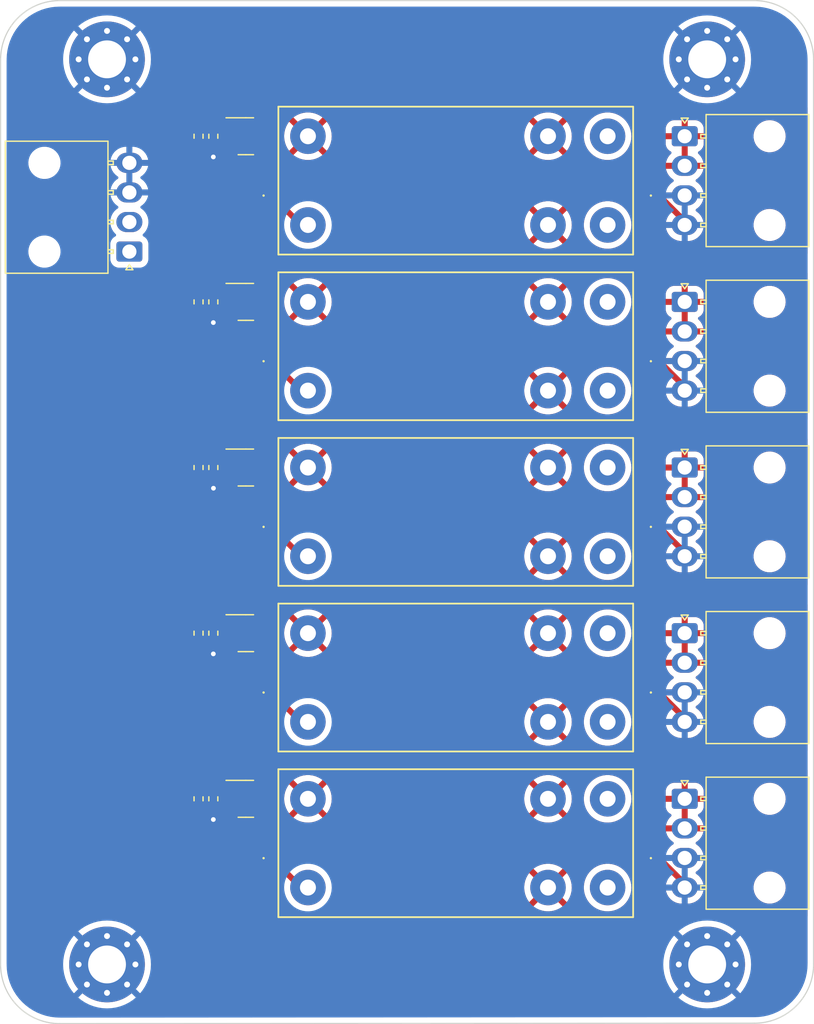
<source format=kicad_pcb>
(kicad_pcb (version 20211014) (generator pcbnew)
  (layers (0 "F.Cu" signal) (1 "In1.Cu" signal) (2 "In2.Cu" signal) (31 "B.Cu" signal) (34 "B.Paste" user) (35 "F.Paste" user) (36 "B.SilkS" user "B.Silkscreen") (37 "F.SilkS" user "F.Silkscreen") (38 "B.Mask" user) (39 "F.Mask" user) (44 "Edge.Cuts" user))
  (net 0 "")
  (net 1 "PWR")
  (net 2 "GND")
  (net 3 "Net-(D201-Pad2)")
  (net 4 "Net-(D301-Pad2)")
  (net 5 "Net-(D401-Pad2)")
  (net 6 "Net-(D501-Pad2)")
  (net 7 "Net-(D601-Pad2)")
  (net 8 "Net-(D202-Pad2)")
  (net 9 "Net-(D302-Pad2)")
  (net 10 "Net-(D402-Pad2)")
  (net 11 "Net-(D502-Pad2)")
  (net 12 "Net-(D602-Pad2)")
  (net 13 "Net-(Q201-Pad1)")
  (net 14 "Net-(Q301-Pad1)")
  (net 15 "Net-(Q401-Pad1)")
  (net 16 "Net-(Q501-Pad1)")
  (net 17 "Net-(Q601-Pad1)")
  (net 18 "/EN_04")
  (net 19 "/EN_02")
  (net 20 "/EN_05")
  (net 21 "/EN_01")
  (net 22 "/EN_03")
  (footprint "royale:BSS138" (layer "F.Cu") (at 143.74 106)
    (fp_text reference "Q401")
    (fp_text value "BSS138")
    (fp_line (start 0 -1.56) (end 0.65 -1.56) (layer "F.SilkS") (width 0.12))
    (fp_line (start 0 1.56) (end 0.65 1.56) (layer "F.SilkS") (width 0.12))
    (fp_line (start 0 1.56) (end -0.65 1.56) (layer "F.SilkS") (width 0.12))
    (fp_line (start 0 -1.56) (end -1.675 -1.56) (layer "F.SilkS") (width 0.12))
    (pad "1" smd roundrect (at -0.9375 -0.95) (size 1.475 0.6) (layers "F.Cu" "F.Paste" "F.Mask") (net 15 "Net-(Q401-Pad1)"))
    (pad "2" smd roundrect (at -0.9375 0.95) (size 1.475 0.6) (layers "F.Cu" "F.Paste" "F.Mask") (net 2 "GND"))
    (pad "3" smd roundrect (at 0.9375 0) (size 1.475 0.6) (layers "F.Cu" "F.Paste" "F.Mask") (net 10 "Net-(D402-Pad2)"))
  )
  (footprint "royale:MountingHole_Pad" (layer "F.Cu") (at 182.75 71.5)
    (fp_text reference "H102" hide)
    (fp_text value "MountingHole_Pad")
    (pad "1" thru_hole circle locked (at -1.697056 1.697056) (size 0.8 0.8) (drill 0.5) (layers *.Cu *.Mask) (net 2 "GND"))
    (pad "1" thru_hole circle locked (at -1.697056 -1.697056) (size 0.8 0.8) (drill 0.5) (layers *.Cu *.Mask) (net 2 "GND"))
    (pad "1" thru_hole circle locked (at 0 -2.4) (size 0.8 0.8) (drill 0.5) (layers *.Cu *.Mask) (net 2 "GND"))
    (pad "1" thru_hole circle locked (at 1.697056 -1.697056) (size 0.8 0.8) (drill 0.5) (layers *.Cu *.Mask) (net 2 "GND"))
    (pad "1" thru_hole circle locked (at 1.697056 1.697056) (size 0.8 0.8) (drill 0.5) (layers *.Cu *.Mask) (net 2 "GND"))
    (pad "1" thru_hole circle locked (at -2.4 0) (size 0.8 0.8) (drill 0.5) (layers *.Cu *.Mask) (net 2 "GND"))
    (pad "1" thru_hole circle locked (at 0 0) (size 6.4 6.4) (drill 3.2) (layers *.Cu *.Mask) (net 2 "GND"))
    (pad "1" thru_hole circle locked (at 2.4 0) (size 0.8 0.8) (drill 0.5) (layers *.Cu *.Mask) (net 2 "GND"))
    (pad "1" thru_hole circle locked (at 0 2.4) (size 0.8 0.8) (drill 0.5) (layers *.Cu *.Mask) (net 2 "GND"))
  )
  (footprint "royale:MountingHole_Pad" (layer "F.Cu") (at 182.75 148)
    (fp_text reference "H103" hide)
    (fp_text value "MountingHole_Pad")
    (pad "1" thru_hole circle locked (at 2.4 0) (size 0.8 0.8) (drill 0.5) (layers *.Cu *.Mask) (net 2 "GND"))
    (pad "1" thru_hole circle locked (at -2.4 0) (size 0.8 0.8) (drill 0.5) (layers *.Cu *.Mask) (net 2 "GND"))
    (pad "1" thru_hole circle locked (at 1.697056 -1.697056) (size 0.8 0.8) (drill 0.5) (layers *.Cu *.Mask) (net 2 "GND"))
    (pad "1" thru_hole circle locked (at -1.697056 1.697056) (size 0.8 0.8) (drill 0.5) (layers *.Cu *.Mask) (net 2 "GND"))
    (pad "1" thru_hole circle locked (at 1.697056 1.697056) (size 0.8 0.8) (drill 0.5) (layers *.Cu *.Mask) (net 2 "GND"))
    (pad "1" thru_hole circle locked (at 0 0) (size 6.4 6.4) (drill 3.2) (layers *.Cu *.Mask) (net 2 "GND"))
    (pad "1" thru_hole circle locked (at 0 2.4) (size 0.8 0.8) (drill 0.5) (layers *.Cu *.Mask) (net 2 "GND"))
    (pad "1" thru_hole circle locked (at 0 -2.4) (size 0.8 0.8) (drill 0.5) (layers *.Cu *.Mask) (net 2 "GND"))
    (pad "1" thru_hole circle locked (at -1.697056 -1.697056) (size 0.8 0.8) (drill 0.5) (layers *.Cu *.Mask) (net 2 "GND"))
  )
  (footprint "royale:Molex_Nano-Fit_105313-xx04_1x04_P2.50mm_Horizontal" (layer "F.Cu") (at 180.85 120)
    (fp_text reference "J301")
    (fp_text value "VALVE")
    (fp_line (start 1.36 7.35) (end 1.36 7.65) (layer "F.SilkS") (width 0.12))
    (fp_line (start 1.36 7.65) (end 1.81 7.65) (layer "F.SilkS") (width 0.12))
    (fp_line (start 0.3 -1.534264) (end -0.3 -1.534264) (layer "F.SilkS") (width 0.12))
    (fp_line (start 1.81 9.33) (end 10.49 9.33) (layer "F.SilkS") (width 0.12))
    (fp_line (start 1.81 4.85) (end 1.36 4.85) (layer "F.SilkS") (width 0.12))
    (fp_line (start -0.3 -1.534264) (end 0 -1.11) (layer "F.SilkS") (width 0.12))
    (fp_line (start 1.36 4.85) (end 1.36 5.15) (layer "F.SilkS") (width 0.12))
    (fp_line (start 10.49 9.33) (end 10.49 -1.83) (layer "F.SilkS") (width 0.12))
    (fp_line (start 1.36 2.65) (end 1.81 2.65) (layer "F.SilkS") (width 0.12))
    (fp_line (start 1.81 5.15) (end 1.81 4.85) (layer "F.SilkS") (width 0.12))
    (fp_line (start 1.36 0.15) (end 1.81 0.15) (layer "F.SilkS") (width 0.12))
    (fp_line (start 1.36 2.35) (end 1.36 2.65) (layer "F.SilkS") (width 0.12))
    (fp_line (start 1.81 2.65) (end 1.81 2.35) (layer "F.SilkS") (width 0.12))
    (fp_line (start 1.81 -1.83) (end 1.81 9.33) (layer "F.SilkS") (width 0.12))
    (fp_line (start 1.81 7.65) (end 1.81 7.35) (layer "F.SilkS") (width 0.12))
    (fp_line (start 10.49 -1.83) (end 1.81 -1.83) (layer "F.SilkS") (width 0.12))
    (fp_line (start 1.36 -0.15) (end 1.36 0.15) (layer "F.SilkS") (width 0.12))
    (fp_line (start 0 -1.11) (end 0.3 -1.534264) (layer "F.SilkS") (width 0.12))
    (fp_line (start 1.81 -0.15) (end 1.36 -0.15) (layer "F.SilkS") (width 0.12))
    (fp_line (start 1.81 2.35) (end 1.36 2.35) (layer "F.SilkS") (width 0.12))
    (fp_line (start 1.36 5.15) (end 1.81 5.15) (layer "F.SilkS") (width 0.12))
    (fp_line (start 1.81 0.15) (end 1.81 -0.15) (layer "F.SilkS") (width 0.12))
    (fp_line (start 1.81 7.35) (end 1.36 7.35) (layer "F.SilkS") (width 0.12))
    (pad "" np_thru_hole circle (at 7.18 7.5) (size 1.7 1.7) (drill 1.7) (layers *.Cu *.Mask))
    (pad "" np_thru_hole circle (at 7.18 0) (size 1.7 1.7) (drill 1.7) (layers *.Cu *.Mask))
    (pad "1" thru_hole roundrect (at 0 0) (size 2.2 1.7) (drill 1.2) (layers *.Cu *.Mask) (roundrect_rratio 0.147059) (net 4 "Net-(D301-Pad2)"))
    (pad "2" thru_hole oval (at 0 2.5) (size 2.2 1.7) (drill 1.2) (layers *.Cu *.Mask) (net 4 "Net-(D301-Pad2)"))
    (pad "3" thru_hole oval (at 0 5) (size 2.2 1.7) (drill 1.2) (layers *.Cu *.Mask) (net 2 "GND"))
    (pad "4" thru_hole oval (at 0 7.5) (size 2.2 1.7) (drill 1.2) (layers *.Cu *.Mask) (net 2 "GND"))
  )
  (footprint "royale:D_0402" (layer "F.Cu") (at 145.24 109.75 90)
    (fp_text reference "D402")
    (fp_text value "Diode_Schottky")
    (fp_circle (center -1.265 0) (end -1.215 0) (layer "F.SilkS") (width 0.1) (fill none))
    (pad "1" smd roundrect (at -0.5725 0 90) (size 0.765 0.64) (layers "F.Cu" "F.Paste" "F.Mask") (net 1 "PWR"))
    (pad "2" smd roundrect (at 0.5725 0 90) (size 0.765 0.64) (layers "F.Cu" "F.Paste" "F.Mask") (net 10 "Net-(D402-Pad2)"))
  )
  (footprint "royale:MountingHole_Pad" (layer "F.Cu") (at 132 71.5)
    (fp_text reference "H101" hide)
    (fp_text value "MountingHole_Pad")
    (pad "1" thru_hole circle locked (at -1.697056 1.697056) (size 0.8 0.8) (drill 0.5) (layers *.Cu *.Mask) (net 2 "GND"))
    (pad "1" thru_hole circle locked (at 0 0) (size 6.4 6.4) (drill 3.2) (layers *.Cu *.Mask) (net 2 "GND"))
    (pad "1" thru_hole circle locked (at 1.697056 1.697056) (size 0.8 0.8) (drill 0.5) (layers *.Cu *.Mask) (net 2 "GND"))
    (pad "1" thru_hole circle locked (at -1.697056 -1.697056) (size 0.8 0.8) (drill 0.5) (layers *.Cu *.Mask) (net 2 "GND"))
    (pad "1" thru_hole circle locked (at 1.697056 -1.697056) (size 0.8 0.8) (drill 0.5) (layers *.Cu *.Mask) (net 2 "GND"))
    (pad "1" thru_hole circle locked (at 0 -2.4) (size 0.8 0.8) (drill 0.5) (layers *.Cu *.Mask) (net 2 "GND"))
    (pad "1" thru_hole circle locked (at 2.4 0) (size 0.8 0.8) (drill 0.5) (layers *.Cu *.Mask) (net 2 "GND"))
    (pad "1" thru_hole circle locked (at 0 2.4) (size 0.8 0.8) (drill 0.5) (layers *.Cu *.Mask) (net 2 "GND"))
    (pad "1" thru_hole circle locked (at -2.4 0) (size 0.8 0.8) (drill 0.5) (layers *.Cu *.Mask) (net 2 "GND"))
  )
  (footprint "royale:D_0402" (layer "F.Cu") (at 177.99 123.75 90)
    (fp_text reference "D301")
    (fp_text value "Diode_ESD")
    (fp_circle (center -1.265 0) (end -1.215 0) (layer "F.SilkS") (width 0.1) (fill none))
    (pad "1" smd roundrect (at -0.5725 0 90) (size 0.765 0.64) (layers "F.Cu" "F.Paste" "F.Mask") (net 2 "GND"))
    (pad "2" smd roundrect (at 0.5725 0 90) (size 0.765 0.64) (layers "F.Cu" "F.Paste" "F.Mask") (net 4 "Net-(D301-Pad2)"))
  )
  (footprint "royale:R_0402" (layer "F.Cu") (at 139.74 134 90)
    (fp_text reference "R201")
    (fp_text value "100")
    (fp_line (start -0.167621 -0.38) (end 0.167621 -0.38) (layer "F.SilkS") (width 0.12))
    (fp_line (start -0.167621 0.38) (end 0.167621 0.38) (layer "F.SilkS") (width 0.12))
    (pad "1" smd roundrect (at -0.5975 0 90) (size 0.715 0.64) (layers "F.Cu" "F.Paste" "F.Mask") (net 21 "/EN_01"))
    (pad "2" smd roundrect (at 0.5975 0 90) (size 0.715 0.64) (layers "F.Cu" "F.Paste" "F.Mask") (net 13 "Net-(Q201-Pad1)"))
  )
  (footprint "royale:D_0402" (layer "F.Cu") (at 177.99 109.75 90)
    (fp_text reference "D401")
    (fp_text value "Diode_ESD")
    (fp_circle (center -1.265 0) (end -1.215 0) (layer "F.SilkS") (width 0.1) (fill none))
    (pad "1" smd roundrect (at -0.5725 0 90) (size 0.765 0.64) (layers "F.Cu" "F.Paste" "F.Mask") (net 2 "GND"))
    (pad "2" smd roundrect (at 0.5725 0 90) (size 0.765 0.64) (layers "F.Cu" "F.Paste" "F.Mask") (net 5 "Net-(D401-Pad2)"))
  )
  (footprint "royale:D_0402" (layer "F.Cu") (at 145.24 95.75 90)
    (fp_text reference "D502")
    (fp_text value "Diode_Schottky")
    (fp_circle (center -1.265 0) (end -1.215 0) (layer "F.SilkS") (width 0.1) (fill none))
    (pad "1" smd roundrect (at -0.5725 0 90) (size 0.765 0.64) (layers "F.Cu" "F.Paste" "F.Mask") (net 1 "PWR"))
    (pad "2" smd roundrect (at 0.5725 0 90) (size 0.765 0.64) (layers "F.Cu" "F.Paste" "F.Mask") (net 11 "Net-(D502-Pad2)"))
  )
  (footprint "royale:D_0402" (layer "F.Cu") (at 145.24 81.75 90)
    (fp_text reference "D602")
    (fp_text value "Diode_Schottky")
    (fp_circle (center -1.265 0) (end -1.215 0) (layer "F.SilkS") (width 0.1) (fill none))
    (pad "1" smd roundrect (at -0.5725 0 90) (size 0.765 0.64) (layers "F.Cu" "F.Paste" "F.Mask") (net 1 "PWR"))
    (pad "2" smd roundrect (at 0.5725 0 90) (size 0.765 0.64) (layers "F.Cu" "F.Paste" "F.Mask") (net 12 "Net-(D602-Pad2)"))
  )
  (footprint "royale:R_0402" (layer "F.Cu") (at 140.99 106 -90)
    (fp_text reference "R402")
    (fp_text value "110k")
    (fp_line (start -0.167621 0.38) (end 0.167621 0.38) (layer "F.SilkS") (width 0.12))
    (fp_line (start -0.167621 -0.38) (end 0.167621 -0.38) (layer "F.SilkS") (width 0.12))
    (pad "1" smd roundrect (at -0.5975 0 270) (size 0.715 0.64) (layers "F.Cu" "F.Paste" "F.Mask") (net 15 "Net-(Q401-Pad1)"))
    (pad "2" smd roundrect (at 0.5975 0 270) (size 0.715 0.64) (layers "F.Cu" "F.Paste" "F.Mask") (net 2 "GND"))
  )
  (footprint "royale:MountingHole_Pad" (layer "F.Cu") (at 132 147.999999)
    (fp_text reference "H104" hide)
    (fp_text value "MountingHole_Pad")
    (pad "1" thru_hole circle locked (at 0 -2.4) (size 0.8 0.8) (drill 0.5) (layers *.Cu *.Mask) (net 2 "GND"))
    (pad "1" thru_hole circle locked (at 0 2.4) (size 0.8 0.8) (drill 0.5) (layers *.Cu *.Mask) (net 2 "GND"))
    (pad "1" thru_hole circle locked (at 1.697056 1.697056) (size 0.8 0.8) (drill 0.5) (layers *.Cu *.Mask) (net 2 "GND"))
    (pad "1" thru_hole circle locked (at -1.697056 -1.697056) (size 0.8 0.8) (drill 0.5) (layers *.Cu *.Mask) (net 2 "GND"))
    (pad "1" thru_hole circle locked (at 2.4 0) (size 0.8 0.8) (drill 0.5) (layers *.Cu *.Mask) (net 2 "GND"))
    (pad "1" thru_hole circle locked (at -2.4 0) (size 0.8 0.8) (drill 0.5) (layers *.Cu *.Mask) (net 2 "GND"))
    (pad "1" thru_hole circle locked (at 0 0) (size 6.4 6.4) (drill 3.2) (layers *.Cu *.Mask) (net 2 "GND"))
    (pad "1" thru_hole circle locked (at 1.697056 -1.697056) (size 0.8 0.8) (drill 0.5) (layers *.Cu *.Mask) (net 2 "GND"))
    (pad "1" thru_hole circle locked (at -1.697056 1.697056) (size 0.8 0.8) (drill 0.5) (layers *.Cu *.Mask) (net 2 "GND"))
  )
  (footprint "royale:Relay" (layer "F.Cu") (at 148.99 113.5)
    (fp_text reference "K401")
    (fp_text value "SPST Relay")
    (fp_line (start -2.5 2.5) (end -2.5 -10) (layer "F.SilkS") (width 0.15))
    (fp_line (start 27.5 -10) (end 27.5 2.5) (layer "F.SilkS") (width 0.15))
    (fp_line (start -2.5 -10) (end 27.5 -10) (layer "F.SilkS") (width 0.15))
    (fp_line (start 27.5 2.5) (end -2.5 2.5) (layer "F.SilkS") (width 0.15))
    (pad "1" thru_hole circle locked (at 0 -7.5) (size 3 3) (drill 1.35) (layers *.Cu *.Mask) (net 10 "Net-(D402-Pad2)"))
    (pad "2" thru_hole circle locked (at 0 0) (size 3 3) (drill 1.35) (layers *.Cu *.Mask) (net 1 "PWR"))
    (pad "3" thru_hole circle locked (at 20.3 0) (size 3 3) (drill 1.35) (layers *.Cu *.Mask) (net 5 "Net-(D401-Pad2)"))
    (pad "3" thru_hole circle locked (at 20.3 -7.5) (size 3 3) (drill 1.35) (layers *.Cu *.Mask) (net 5 "Net-(D401-Pad2)"))
    (pad "4" thru_hole circle locked (at 25.34 0) (size 3 3) (drill 1.35) (layers *.Cu *.Mask) (net 1 "PWR"))
    (pad "4" thru_hole circle locked (at 25.34 -7.5) (size 3 3) (drill 1.35) (layers *.Cu *.Mask) (net 1 "PWR"))
  )
  (footprint "royale:BSS138" (layer "F.Cu") (at 143.74 134)
    (fp_text reference "Q201")
    (fp_text value "BSS138")
    (fp_line (start 0 -1.56) (end -1.675 -1.56) (layer "F.SilkS") (width 0.12))
    (fp_line (start 0 -1.56) (end 0.65 -1.56) (layer "F.SilkS") (width 0.12))
    (fp_line (start 0 1.56) (end -0.65 1.56) (layer "F.SilkS") (width 0.12))
    (fp_line (start 0 1.56) (end 0.65 1.56) (layer "F.SilkS") (width 0.12))
    (pad "1" smd roundrect (at -0.9375 -0.95) (size 1.475 0.6) (layers "F.Cu" "F.Paste" "F.Mask") (net 13 "Net-(Q201-Pad1)"))
    (pad "2" smd roundrect (at -0.9375 0.95) (size 1.475 0.6) (layers "F.Cu" "F.Paste" "F.Mask") (net 2 "GND"))
    (pad "3" smd roundrect (at 0.9375 0) (size 1.475 0.6) (layers "F.Cu" "F.Paste" "F.Mask") (net 8 "Net-(D202-Pad2)"))
  )
  (footprint "royale:BSS138" (layer "F.Cu") (at 143.74 92)
    (fp_text reference "Q501")
    (fp_text value "BSS138")
    (fp_line (start 0 -1.56) (end -1.675 -1.56) (layer "F.SilkS") (width 0.12))
    (fp_line (start 0 1.56) (end 0.65 1.56) (layer "F.SilkS") (width 0.12))
    (fp_line (start 0 1.56) (end -0.65 1.56) (layer "F.SilkS") (width 0.12))
    (fp_line (start 0 -1.56) (end 0.65 -1.56) (layer "F.SilkS") (width 0.12))
    (pad "1" smd roundrect (at -0.9375 -0.95) (size 1.475 0.6) (layers "F.Cu" "F.Paste" "F.Mask") (net 16 "Net-(Q501-Pad1)"))
    (pad "2" smd roundrect (at -0.9375 0.95) (size 1.475 0.6) (layers "F.Cu" "F.Paste" "F.Mask") (net 2 "GND"))
    (pad "3" smd roundrect (at 0.9375 0) (size 1.475 0.6) (layers "F.Cu" "F.Paste" "F.Mask") (net 11 "Net-(D502-Pad2)"))
  )
  (footprint "royale:R_0402" (layer "F.Cu") (at 140.99 120 -90)
    (fp_text reference "R302")
    (fp_text value "110k")
    (fp_line (start -0.167621 -0.38) (end 0.167621 -0.38) (layer "F.SilkS") (width 0.12))
    (fp_line (start -0.167621 0.38) (end 0.167621 0.38) (layer "F.SilkS") (width 0.12))
    (pad "1" smd roundrect (at -0.5975 0 270) (size 0.715 0.64) (layers "F.Cu" "F.Paste" "F.Mask") (net 14 "Net-(Q301-Pad1)"))
    (pad "2" smd roundrect (at 0.5975 0 270) (size 0.715 0.64) (layers "F.Cu" "F.Paste" "F.Mask") (net 2 "GND"))
  )
  (footprint "royale:Relay" (layer "F.Cu") (at 148.99 99.5)
    (fp_text reference "K501")
    (fp_text value "SPST Relay")
    (fp_line (start -2.5 -10) (end 27.5 -10) (layer "F.SilkS") (width 0.15))
    (fp_line (start -2.5 2.5) (end -2.5 -10) (layer "F.SilkS") (width 0.15))
    (fp_line (start 27.5 2.5) (end -2.5 2.5) (layer "F.SilkS") (width 0.15))
    (fp_line (start 27.5 -10) (end 27.5 2.5) (layer "F.SilkS") (width 0.15))
    (pad "1" thru_hole circle locked (at 0 -7.5) (size 3 3) (drill 1.35) (layers *.Cu *.Mask) (net 11 "Net-(D502-Pad2)"))
    (pad "2" thru_hole circle locked (at 0 0) (size 3 3) (drill 1.35) (layers *.Cu *.Mask) (net 1 "PWR"))
    (pad "3" thru_hole circle locked (at 20.3 -7.5) (size 3 3) (drill 1.35) (layers *.Cu *.Mask) (net 6 "Net-(D501-Pad2)"))
    (pad "3" thru_hole circle locked (at 20.3 0) (size 3 3) (drill 1.35) (layers *.Cu *.Mask) (net 6 "Net-(D501-Pad2)"))
    (pad "4" thru_hole circle locked (at 25.34 0) (size 3 3) (drill 1.35) (layers *.Cu *.Mask) (net 1 "PWR"))
    (pad "4" thru_hole circle locked (at 25.34 -7.5) (size 3 3) (drill 1.35) (layers *.Cu *.Mask) (net 1 "PWR"))
  )
  (footprint "royale:Molex_Nano-Fit_105313-xx04_1x04_P2.50mm_Horizontal" (layer "F.Cu") (at 180.85 78)
    (fp_text reference "J601")
    (fp_text value "VALVE")
    (fp_line (start 1.81 5.15) (end 1.81 4.85) (layer "F.SilkS") (width 0.12))
    (fp_line (start 1.81 2.35) (end 1.36 2.35) (layer "F.SilkS") (width 0.12))
    (fp_line (start 1.81 0.15) (end 1.81 -0.15) (layer "F.SilkS") (width 0.12))
    (fp_line (start 1.81 7.65) (end 1.81 7.35) (layer "F.SilkS") (width 0.12))
    (fp_line (start 1.81 2.65) (end 1.81 2.35) (layer "F.SilkS") (width 0.12))
    (fp_line (start 1.36 2.35) (end 1.36 2.65) (layer "F.SilkS") (width 0.12))
    (fp_line (start 1.81 9.33) (end 10.49 9.33) (layer "F.SilkS") (width 0.12))
    (fp_line (start 0.3 -1.534264) (end -0.3 -1.534264) (layer "F.SilkS") (width 0.12))
    (fp_line (start 1.36 5.15) (end 1.81 5.15) (layer "F.SilkS") (width 0.12))
    (fp_line (start 1.36 2.65) (end 1.81 2.65) (layer "F.SilkS") (width 0.12))
    (fp_line (start 1.81 4.85) (end 1.36 4.85) (layer "F.SilkS") (width 0.12))
    (fp_line (start 10.49 -1.83) (end 1.81 -1.83) (layer "F.SilkS") (width 0.12))
    (fp_line (start 0 -1.11) (end 0.3 -1.534264) (layer "F.SilkS") (width 0.12))
    (fp_line (start 1.81 -1.83) (end 1.81 9.33) (layer "F.SilkS") (width 0.12))
    (fp_line (start 1.36 7.35) (end 1.36 7.65) (layer "F.SilkS") (width 0.12))
    (fp_line (start 1.81 7.35) (end 1.36 7.35) (layer "F.SilkS") (width 0.12))
    (fp_line (start 1.36 4.85) (end 1.36 5.15) (layer "F.SilkS") (width 0.12))
    (fp_line (start 1.36 -0.15) (end 1.36 0.15) (layer "F.SilkS") (width 0.12))
    (fp_line (start -0.3 -1.534264) (end 0 -1.11) (layer "F.SilkS") (width 0.12))
    (fp_line (start 1.36 7.65) (end 1.81 7.65) (layer "F.SilkS") (width 0.12))
    (fp_line (start 1.36 0.15) (end 1.81 0.15) (layer "F.SilkS") (width 0.12))
    (fp_line (start 10.49 9.33) (end 10.49 -1.83) (layer "F.SilkS") (width 0.12))
    (fp_line (start 1.81 -0.15) (end 1.36 -0.15) (layer "F.SilkS") (width 0.12))
    (pad "" np_thru_hole circle (at 7.18 7.5) (size 1.7 1.7) (drill 1.7) (layers *.Cu *.Mask))
    (pad "" np_thru_hole circle (at 7.18 0) (size 1.7 1.7) (drill 1.7) (layers *.Cu *.Mask))
    (pad "1" thru_hole roundrect (at 0 0) (size 2.2 1.7) (drill 1.2) (layers *.Cu *.Mask) (roundrect_rratio 0.147059) (net 7 "Net-(D601-Pad2)"))
    (pad "2" thru_hole oval (at 0 2.5) (size 2.2 1.7) (drill 1.2) (layers *.Cu *.Mask) (net 7 "Net-(D601-Pad2)"))
    (pad "3" thru_hole oval (at 0 5) (size 2.2 1.7) (drill 1.2) (layers *.Cu *.Mask) (net 2 "GND"))
    (pad "4" thru_hole oval (at 0 7.5) (size 2.2 1.7) (drill 1.2) (layers *.Cu *.Mask) (net 2 "GND"))
  )
  (footprint "royale:BSS138" (layer "F.Cu") (at 143.74 120)
    (fp_text reference "Q301")
    (fp_text value "BSS138")
    (fp_line (start 0 -1.56) (end 0.65 -1.56) (layer "F.SilkS") (width 0.12))
    (fp_line (start 0 1.56) (end -0.65 1.56) (layer "F.SilkS") (width 0.12))
    (fp_line (start 0 -1.56) (end -1.675 -1.56) (layer "F.SilkS") (width 0.12))
    (fp_line (start 0 1.56) (end 0.65 1.56) (layer "F.SilkS") (width 0.12))
    (pad "1" smd roundrect (at -0.9375 -0.95) (size 1.475 0.6) (layers "F.Cu" "F.Paste" "F.Mask") (net 14 "Net-(Q301-Pad1)"))
    (pad "2" smd roundrect (at -0.9375 0.95) (size 1.475 0.6) (layers "F.Cu" "F.Paste" "F.Mask") (net 2 "GND"))
    (pad "3" smd roundrect (at 0.9375 0) (size 1.475 0.6) (layers "F.Cu" "F.Paste" "F.Mask") (net 9 "Net-(D302-Pad2)"))
  )
  (footprint "royale:R_0402" (layer "F.Cu") (at 139.74 106 90)
    (fp_text reference "R401")
    (fp_text value "100")
    (fp_line (start -0.167621 0.38) (end 0.167621 0.38) (layer "F.SilkS") (width 0.12))
    (fp_line (start -0.167621 -0.38) (end 0.167621 -0.38) (layer "F.SilkS") (width 0.12))
    (pad "1" smd roundrect (at -0.5975 0 90) (size 0.715 0.64) (layers "F.Cu" "F.Paste" "F.Mask") (net 22 "/EN_03"))
    (pad "2" smd roundrect (at 0.5975 0 90) (size 0.715 0.64) (layers "F.Cu" "F.Paste" "F.Mask") (net 15 "Net-(Q401-Pad1)"))
  )
  (footprint "royale:R_0402" (layer "F.Cu") (at 140.99 134 -90)
    (fp_text reference "R202")
    (fp_text value "110k")
    (fp_line (start -0.167621 0.38) (end 0.167621 0.38) (layer "F.SilkS") (width 0.12))
    (fp_line (start -0.167621 -0.38) (end 0.167621 -0.38) (layer "F.SilkS") (width 0.12))
    (pad "1" smd roundrect (at -0.5975 0 270) (size 0.715 0.64) (layers "F.Cu" "F.Paste" "F.Mask") (net 13 "Net-(Q201-Pad1)"))
    (pad "2" smd roundrect (at 0.5975 0 270) (size 0.715 0.64) (layers "F.Cu" "F.Paste" "F.Mask") (net 2 "GND"))
  )
  (footprint "royale:D_0402" (layer "F.Cu") (at 177.99 81.75 90)
    (fp_text reference "D601")
    (fp_text value "Diode_ESD")
    (fp_circle (center -1.265 0) (end -1.215 0) (layer "F.SilkS") (width 0.1) (fill none))
    (pad "1" smd roundrect (at -0.5725 0 90) (size 0.765 0.64) (layers "F.Cu" "F.Paste" "F.Mask") (net 2 "GND"))
    (pad "2" smd roundrect (at 0.5725 0 90) (size 0.765 0.64) (layers "F.Cu" "F.Paste" "F.Mask") (net 7 "Net-(D601-Pad2)"))
  )
  (footprint "royale:D_0402" (layer "F.Cu") (at 177.99 137.75 90)
    (fp_text reference "D201")
    (fp_text value "Diode_ESD")
    (fp_circle (center -1.265 0) (end -1.215 0) (layer "F.SilkS") (width 0.1) (fill none))
    (pad "1" smd roundrect (at -0.5725 0 90) (size 0.765 0.64) (layers "F.Cu" "F.Paste" "F.Mask") (net 2 "GND"))
    (pad "2" smd roundrect (at 0.5725 0 90) (size 0.765 0.64) (layers "F.Cu" "F.Paste" "F.Mask") (net 3 "Net-(D201-Pad2)"))
  )
  (footprint "royale:R_0402" (layer "F.Cu") (at 139.74 120 90)
    (fp_text reference "R301")
    (fp_text value "100")
    (fp_line (start -0.167621 -0.38) (end 0.167621 -0.38) (layer "F.SilkS") (width 0.12))
    (fp_line (start -0.167621 0.38) (end 0.167621 0.38) (layer "F.SilkS") (width 0.12))
    (pad "1" smd roundrect (at -0.5975 0 90) (size 0.715 0.64) (layers "F.Cu" "F.Paste" "F.Mask") (net 19 "/EN_02"))
    (pad "2" smd roundrect (at 0.5975 0 90) (size 0.715 0.64) (layers "F.Cu" "F.Paste" "F.Mask") (net 14 "Net-(Q301-Pad1)"))
  )
  (footprint "royale:BSS138" (layer "F.Cu") (at 143.74 78)
    (fp_text reference "Q601")
    (fp_text value "BSS138")
    (fp_line (start 0 1.56) (end 0.65 1.56) (layer "F.SilkS") (width 0.12))
    (fp_line (start 0 -1.56) (end -1.675 -1.56) (layer "F.SilkS") (width 0.12))
    (fp_line (start 0 -1.56) (end 0.65 -1.56) (layer "F.SilkS") (width 0.12))
    (fp_line (start 0 1.56) (end -0.65 1.56) (layer "F.SilkS") (width 0.12))
    (pad "1" smd roundrect (at -0.9375 -0.95) (size 1.475 0.6) (layers "F.Cu" "F.Paste" "F.Mask") (net 17 "Net-(Q601-Pad1)"))
    (pad "2" smd roundrect (at -0.9375 0.95) (size 1.475 0.6) (layers "F.Cu" "F.Paste" "F.Mask") (net 2 "GND"))
    (pad "3" smd roundrect (at 0.9375 0) (size 1.475 0.6) (layers "F.Cu" "F.Paste" "F.Mask") (net 12 "Net-(D602-Pad2)"))
  )
  (footprint "royale:D_0402" (layer "F.Cu") (at 177.99 95.75 90)
    (fp_text reference "D501")
    (fp_text value "Diode_ESD")
    (fp_circle (center -1.265 0) (end -1.215 0) (layer "F.SilkS") (width 0.1) (fill none))
    (pad "1" smd roundrect (at -0.5725 0 90) (size 0.765 0.64) (layers "F.Cu" "F.Paste" "F.Mask") (net 2 "GND"))
    (pad "2" smd roundrect (at 0.5725 0 90) (size 0.765 0.64) (layers "F.Cu" "F.Paste" "F.Mask") (net 6 "Net-(D501-Pad2)"))
  )
  (footprint "royale:R_0402" (layer "F.Cu") (at 140.99 92 -90)
    (fp_text reference "R502")
    (fp_text value "110k")
    (fp_line (start -0.167621 0.38) (end 0.167621 0.38) (layer "F.SilkS") (width 0.12))
    (fp_line (start -0.167621 -0.38) (end 0.167621 -0.38) (layer "F.SilkS") (width 0.12))
    (pad "1" smd roundrect (at -0.5975 0 270) (size 0.715 0.64) (layers "F.Cu" "F.Paste" "F.Mask") (net 16 "Net-(Q501-Pad1)"))
    (pad "2" smd roundrect (at 0.5975 0 270) (size 0.715 0.64) (layers "F.Cu" "F.Paste" "F.Mask") (net 2 "GND"))
  )
  (footprint "royale:Molex_Nano-Fit_105313-xx04_1x04_P2.50mm_Horizontal" (layer "F.Cu") (at 180.85 92)
    (fp_text reference "J501")
    (fp_text value "VALVE")
    (fp_line (start 1.81 7.65) (end 1.81 7.35) (layer "F.SilkS") (width 0.12))
    (fp_line (start 1.36 0.15) (end 1.81 0.15) (layer "F.SilkS") (width 0.12))
    (fp_line (start 1.81 9.33) (end 10.49 9.33) (layer "F.SilkS") (width 0.12))
    (fp_line (start 1.81 4.85) (end 1.36 4.85) (layer "F.SilkS") (width 0.12))
    (fp_line (start 0.3 -1.534264) (end -0.3 -1.534264) (layer "F.SilkS") (width 0.12))
    (fp_line (start 1.36 5.15) (end 1.81 5.15) (layer "F.SilkS") (width 0.12))
    (fp_line (start 1.81 -0.15) (end 1.36 -0.15) (layer "F.SilkS") (width 0.12))
    (fp_line (start 10.49 9.33) (end 10.49 -1.83) (layer "F.SilkS") (width 0.12))
    (fp_line (start 10.49 -1.83) (end 1.81 -1.83) (layer "F.SilkS") (width 0.12))
    (fp_line (start 1.81 2.35) (end 1.36 2.35) (layer "F.SilkS") (width 0.12))
    (fp_line (start 1.36 7.35) (end 1.36 7.65) (layer "F.SilkS") (width 0.12))
    (fp_line (start 1.36 2.35) (end 1.36 2.65) (layer "F.SilkS") (width 0.12))
    (fp_line (start 1.36 2.65) (end 1.81 2.65) (layer "F.SilkS") (width 0.12))
    (fp_line (start 0 -1.11) (end 0.3 -1.534264) (layer "F.SilkS") (width 0.12))
    (fp_line (start -0.3 -1.534264) (end 0 -1.11) (layer "F.SilkS") (width 0.12))
    (fp_line (start 1.36 7.65) (end 1.81 7.65) (layer "F.SilkS") (width 0.12))
    (fp_line (start 1.81 -1.83) (end 1.81 9.33) (layer "F.SilkS") (width 0.12))
    (fp_line (start 1.81 7.35) (end 1.36 7.35) (layer "F.SilkS") (width 0.12))
    (fp_line (start 1.81 2.65) (end 1.81 2.35) (layer "F.SilkS") (width 0.12))
    (fp_line (start 1.36 4.85) (end 1.36 5.15) (layer "F.SilkS") (width 0.12))
    (fp_line (start 1.36 -0.15) (end 1.36 0.15) (layer "F.SilkS") (width 0.12))
    (fp_line (start 1.81 5.15) (end 1.81 4.85) (layer "F.SilkS") (width 0.12))
    (fp_line (start 1.81 0.15) (end 1.81 -0.15) (layer "F.SilkS") (width 0.12))
    (pad "" np_thru_hole circle (at 7.18 7.5) (size 1.7 1.7) (drill 1.7) (layers *.Cu *.Mask))
    (pad "" np_thru_hole circle (at 7.18 0) (size 1.7 1.7) (drill 1.7) (layers *.Cu *.Mask))
    (pad "1" thru_hole roundrect (at 0 0) (size 2.2 1.7) (drill 1.2) (layers *.Cu *.Mask) (roundrect_rratio 0.147059) (net 6 "Net-(D501-Pad2)"))
    (pad "2" thru_hole oval (at 0 2.5) (size 2.2 1.7) (drill 1.2) (layers *.Cu *.Mask) (net 6 "Net-(D501-Pad2)"))
    (pad "3" thru_hole oval (at 0 5) (size 2.2 1.7) (drill 1.2) (layers *.Cu *.Mask) (net 2 "GND"))
    (pad "4" thru_hole oval (at 0 7.5) (size 2.2 1.7) (drill 1.2) (layers *.Cu *.Mask) (net 2 "GND"))
  )
  (footprint "royale:Molex_Nano-Fit_105313-xx04_1x04_P2.50mm_Horizontal" (layer "F.Cu") (at 180.85 106)
    (fp_text reference "J401")
    (fp_text value "VALVE")
    (fp_line (start 1.36 4.85) (end 1.36 5.15) (layer "F.SilkS") (width 0.12))
    (fp_line (start 1.81 2.35) (end 1.36 2.35) (layer "F.SilkS") (width 0.12))
    (fp_line (start 1.81 7.35) (end 1.36 7.35) (layer "F.SilkS") (width 0.12))
    (fp_line (start 0.3 -1.534264) (end -0.3 -1.534264) (layer "F.SilkS") (width 0.12))
    (fp_line (start 1.81 7.65) (end 1.81 7.35) (layer "F.SilkS") (width 0.12))
    (fp_line (start 0 -1.11) (end 0.3 -1.534264) (layer "F.SilkS") (width 0.12))
    (fp_line (start 1.81 0.15) (end 1.81 -0.15) (layer "F.SilkS") (width 0.12))
    (fp_line (start 10.49 -1.83) (end 1.81 -1.83) (layer "F.SilkS") (width 0.12))
    (fp_line (start 1.81 -0.15) (end 1.36 -0.15) (layer "F.SilkS") (width 0.12))
    (fp_line (start 1.36 -0.15) (end 1.36 0.15) (layer "F.SilkS") (width 0.12))
    (fp_line (start 1.36 2.65) (end 1.81 2.65) (layer "F.SilkS") (width 0.12))
    (fp_line (start 1.81 5.15) (end 1.81 4.85) (layer "F.SilkS") (width 0.12))
    (fp_line (start 1.36 7.35) (end 1.36 7.65) (layer "F.SilkS") (width 0.12))
    (fp_line (start 1.81 -1.83) (end 1.81 9.33) (layer "F.SilkS") (width 0.12))
    (fp_line (start 1.81 2.65) (end 1.81 2.35) (layer "F.SilkS") (width 0.12))
    (fp_line (start 1.36 2.35) (end 1.36 2.65) (layer "F.SilkS") (width 0.12))
    (fp_line (start 1.81 9.33) (end 10.49 9.33) (layer "F.SilkS") (width 0.12))
    (fp_line (start 1.36 0.15) (end 1.81 0.15) (layer "F.SilkS") (width 0.12))
    (fp_line (start 1.36 5.15) (end 1.81 5.15) (layer "F.SilkS") (width 0.12))
    (fp_line (start 1.81 4.85) (end 1.36 4.85) (layer "F.SilkS") (width 0.12))
    (fp_line (start -0.3 -1.534264) (end 0 -1.11) (layer "F.SilkS") (width 0.12))
    (fp_line (start 10.49 9.33) (end 10.49 -1.83) (layer "F.SilkS") (width 0.12))
    (fp_line (start 1.36 7.65) (end 1.81 7.65) (layer "F.SilkS") (width 0.12))
    (pad "" np_thru_hole circle (at 7.18 7.5) (size 1.7 1.7) (drill 1.7) (layers *.Cu *.Mask))
    (pad "" np_thru_hole circle (at 7.18 0) (size 1.7 1.7) (drill 1.7) (layers *.Cu *.Mask))
    (pad "1" thru_hole roundrect (at 0 0) (size 2.2 1.7) (drill 1.2) (layers *.Cu *.Mask) (roundrect_rratio 0.147059) (net 5 "Net-(D401-Pad2)"))
    (pad "2" thru_hole oval (at 0 2.5) (size 2.2 1.7) (drill 1.2) (layers *.Cu *.Mask) (net 5 "Net-(D401-Pad2)"))
    (pad "3" thru_hole oval (at 0 5) (size 2.2 1.7) (drill 1.2) (layers *.Cu *.Mask) (net 2 "GND"))
    (pad "4" thru_hole oval (at 0 7.5) (size 2.2 1.7) (drill 1.2) (layers *.Cu *.Mask) (net 2 "GND"))
  )
  (footprint "royale:R_0402" (layer "F.Cu") (at 140.99 78 -90)
    (fp_text reference "R602")
    (fp_text value "110k")
    (fp_line (start -0.167621 -0.38) (end 0.167621 -0.38) (layer "F.SilkS") (width 0.12))
    (fp_line (start -0.167621 0.38) (end 0.167621 0.38) (layer "F.SilkS") (width 0.12))
    (pad "1" smd roundrect (at -0.5975 0 270) (size 0.715 0.64) (layers "F.Cu" "F.Paste" "F.Mask") (net 17 "Net-(Q601-Pad1)"))
    (pad "2" smd roundrect (at 0.5975 0 270) (size 0.715 0.64) (layers "F.Cu" "F.Paste" "F.Mask") (net 2 "GND"))
  )
  (footprint "royale:Relay" (layer "F.Cu") (at 148.99 141.5)
    (fp_text reference "K201")
    (fp_text value "SPST Relay")
    (fp_line (start -2.5 -10) (end 27.5 -10) (layer "F.SilkS") (width 0.15))
    (fp_line (start 27.5 -10) (end 27.5 2.5) (layer "F.SilkS") (width 0.15))
    (fp_line (start 27.5 2.5) (end -2.5 2.5) (layer "F.SilkS") (width 0.15))
    (fp_line (start -2.5 2.5) (end -2.5 -10) (layer "F.SilkS") (width 0.15))
    (pad "1" thru_hole circle locked (at 0 -7.5) (size 3 3) (drill 1.35) (layers *.Cu *.Mask) (net 8 "Net-(D202-Pad2)"))
    (pad "2" thru_hole circle locked (at 0 0) (size 3 3) (drill 1.35) (layers *.Cu *.Mask) (net 1 "PWR"))
    (pad "3" thru_hole circle locked (at 20.3 0) (size 3 3) (drill 1.35) (layers *.Cu *.Mask) (net 3 "Net-(D201-Pad2)"))
    (pad "3" thru_hole circle locked (at 20.3 -7.5) (size 3 3) (drill 1.35) (layers *.Cu *.Mask) (net 3 "Net-(D201-Pad2)"))
    (pad "4" thru_hole circle locked (at 25.34 0) (size 3 3) (drill 1.35) (layers *.Cu *.Mask) (net 1 "PWR"))
    (pad "4" thru_hole circle locked (at 25.34 -7.5) (size 3 3) (drill 1.35) (layers *.Cu *.Mask) (net 1 "PWR"))
  )
  (footprint "royale:R_0402" (layer "F.Cu") (at 139.74 78 90)
    (fp_text reference "R601")
    (fp_text value "100")
    (fp_line (start -0.167621 -0.38) (end 0.167621 -0.38) (layer "F.SilkS") (width 0.12))
    (fp_line (start -0.167621 0.38) (end 0.167621 0.38) (layer "F.SilkS") (width 0.12))
    (pad "1" smd roundrect (at -0.5975 0 90) (size 0.715 0.64) (layers "F.Cu" "F.Paste" "F.Mask") (net 20 "/EN_05"))
    (pad "2" smd roundrect (at 0.5975 0 90) (size 0.715 0.64) (layers "F.Cu" "F.Paste" "F.Mask") (net 17 "Net-(Q601-Pad1)"))
  )
  (footprint "royale:Relay" (layer "F.Cu") (at 148.99 127.5)
    (fp_text reference "K301")
    (fp_text value "SPST Relay")
    (fp_line (start -2.5 2.5) (end -2.5 -10) (layer "F.SilkS") (width 0.15))
    (fp_line (start 27.5 -10) (end 27.5 2.5) (layer "F.SilkS") (width 0.15))
    (fp_line (start -2.5 -10) (end 27.5 -10) (layer "F.SilkS") (width 0.15))
    (fp_line (start 27.5 2.5) (end -2.5 2.5) (layer "F.SilkS") (width 0.15))
    (pad "1" thru_hole circle locked (at 0 -7.5) (size 3 3) (drill 1.35) (layers *.Cu *.Mask) (net 9 "Net-(D302-Pad2)"))
    (pad "2" thru_hole circle locked (at 0 0) (size 3 3) (drill 1.35) (layers *.Cu *.Mask) (net 1 "PWR"))
    (pad "3" thru_hole circle locked (at 20.3 0) (size 3 3) (drill 1.35) (layers *.Cu *.Mask) (net 4 "Net-(D301-Pad2)"))
    (pad "3" thru_hole circle locked (at 20.3 -7.5) (size 3 3) (drill 1.35) (layers *.Cu *.Mask) (net 4 "Net-(D301-Pad2)"))
    (pad "4" thru_hole circle locked (at 25.34 -7.5) (size 3 3) (drill 1.35) (layers *.Cu *.Mask) (net 1 "PWR"))
    (pad "4" thru_hole circle locked (at 25.34 0) (size 3 3) (drill 1.35) (layers *.Cu *.Mask) (net 1 "PWR"))
  )
  (footprint "royale:Molex_Nano-Fit_105313-xx04_1x04_P2.50mm_Horizontal" (layer "F.Cu") (at 180.85 134)
    (fp_text reference "J201")
    (fp_text value "VALVE")
    (fp_line (start -0.3 -1.534264) (end 0 -1.11) (layer "F.SilkS") (width 0.12))
    (fp_line (start 10.49 -1.83) (end 1.81 -1.83) (layer "F.SilkS") (width 0.12))
    (fp_line (start 1.81 0.15) (end 1.81 -0.15) (layer "F.SilkS") (width 0.12))
    (fp_line (start 1.81 -0.15) (end 1.36 -0.15) (layer "F.SilkS") (width 0.12))
    (fp_line (start 1.36 7.35) (end 1.36 7.65) (layer "F.SilkS") (width 0.12))
    (fp_line (start 1.36 2.35) (end 1.36 2.65) (layer "F.SilkS") (width 0.12))
    (fp_line (start 1.81 2.35) (end 1.36 2.35) (layer "F.SilkS") (width 0.12))
    (fp_line (start 1.36 -0.15) (end 1.36 0.15) (layer "F.SilkS") (width 0.12))
    (fp_line (start 1.81 9.33) (end 10.49 9.33) (layer "F.SilkS") (width 0.12))
    (fp_line (start 1.81 -1.83) (end 1.81 9.33) (layer "F.SilkS") (width 0.12))
    (fp_line (start 1.36 2.65) (end 1.81 2.65) (layer "F.SilkS") (width 0.12))
    (fp_line (start 1.81 4.85) (end 1.36 4.85) (layer "F.SilkS") (width 0.12))
    (fp_line (start 10.49 9.33) (end 10.49 -1.83) (layer "F.SilkS") (width 0.12))
    (fp_line (start 1.36 0.15) (end 1.81 0.15) (layer "F.SilkS") (width 0.12))
    (fp_line (start 1.81 7.65) (end 1.81 7.35) (layer "F.SilkS") (width 0.12))
    (fp_line (start 1.36 5.15) (end 1.81 5.15) (layer "F.SilkS") (width 0.12))
    (fp_line (start 1.36 7.65) (end 1.81 7.65) (layer "F.SilkS") (width 0.12))
    (fp_line (start 0 -1.11) (end 0.3 -1.534264) (layer "F.SilkS") (width 0.12))
    (fp_line (start 1.81 7.35) (end 1.36 7.35) (layer "F.SilkS") (width 0.12))
    (fp_line (start 1.81 2.65) (end 1.81 2.35) (layer "F.SilkS") (width 0.12))
    (fp_line (start 1.81 5.15) (end 1.81 4.85) (layer "F.SilkS") (width 0.12))
    (fp_line (start 0.3 -1.534264) (end -0.3 -1.534264) (layer "F.SilkS") (width 0.12))
    (fp_line (start 1.36 4.85) (end 1.36 5.15) (layer "F.SilkS") (width 0.12))
    (pad "" np_thru_hole circle (at 7.18 0) (size 1.7 1.7) (drill 1.7) (layers *.Cu *.Mask))
    (pad "" np_thru_hole circle (at 7.18 7.5) (size 1.7 1.7) (drill 1.7) (layers *.Cu *.Mask))
    (pad "1" thru_hole roundrect (at 0 0) (size 2.2 1.7) (drill 1.2) (layers *.Cu *.Mask) (roundrect_rratio 0.147059) (net 3 "Net-(D201-Pad2)"))
    (pad "2" thru_hole oval (at 0 2.5) (size 2.2 1.7) (drill 1.2) (layers *.Cu *.Mask) (net 3 "Net-(D201-Pad2)"))
    (pad "3" thru_hole oval (at 0 5) (size 2.2 1.7) (drill 1.2) (layers *.Cu *.Mask) (net 2 "GND"))
    (pad "4" thru_hole oval (at 0 7.5) (size 2.2 1.7) (drill 1.2) (layers *.Cu *.Mask) (net 2 "GND"))
  )
  (footprint "royale:Relay" (layer "F.Cu") (at 148.99 85.5)
    (fp_text reference "K601")
    (fp_text value "SPST Relay")
    (fp_line (start -2.5 -10) (end 27.5 -10) (layer "F.SilkS") (width 0.15))
    (fp_line (start 27.5 2.5) (end -2.5 2.5) (layer "F.SilkS") (width 0.15))
    (fp_line (start -2.5 2.5) (end -2.5 -10) (layer "F.SilkS") (width 0.15))
    (fp_line (start 27.5 -10) (end 27.5 2.5) (layer "F.SilkS") (width 0.15))
    (pad "1" thru_hole circle locked (at 0 -7.5) (size 3 3) (drill 1.35) (layers *.Cu *.Mask) (net 12 "Net-(D602-Pad2)"))
    (pad "2" thru_hole circle locked (at 0 0) (size 3 3) (drill 1.35) (layers *.Cu *.Mask) (net 1 "PWR"))
    (pad "3" thru_hole circle locked (at 20.3 -7.5) (size 3 3) (drill 1.35) (layers *.Cu *.Mask) (net 7 "Net-(D601-Pad2)"))
    (pad "3" thru_hole circle locked (at 20.3 0) (size 3 3) (drill 1.35) (layers *.Cu *.Mask) (net 7 "Net-(D601-Pad2)"))
    (pad "4" thru_hole circle locked (at 25.34 0) (size 3 3) (drill 1.35) (layers *.Cu *.Mask) (net 1 "PWR"))
    (pad "4" thru_hole circle locked (at 25.34 -7.5) (size 3 3) (drill 1.35) (layers *.Cu *.Mask) (net 1 "PWR"))
  )
  (footprint "royale:D_0402" (layer "F.Cu") (at 145.24 123.75 90)
    (fp_text reference "D302")
    (fp_text value "Diode_Schottky")
    (fp_circle (center -1.265 0) (end -1.215 0) (layer "F.SilkS") (width 0.1) (fill none))
    (pad "1" smd roundrect (at -0.5725 0 90) (size 0.765 0.64) (layers "F.Cu" "F.Paste" "F.Mask") (net 1 "PWR"))
    (pad "2" smd roundrect (at 0.5725 0 90) (size 0.765 0.64) (layers "F.Cu" "F.Paste" "F.Mask") (net 9 "Net-(D302-Pad2)"))
  )
  (footprint "royale:Molex_Nano-Fit_105313-xx04_1x04_P2.50mm_Horizontal" (layer "F.Cu") (at 133.89 87.75 180)
    (fp_text reference "J102")
    (fp_text value "PWR")
    (fp_line (start 1.81 2.65) (end 1.81 2.35) (layer "F.SilkS") (width 0.12))
    (fp_line (start 1.81 5.15) (end 1.81 4.85) (layer "F.SilkS") (width 0.12))
    (fp_line (start 1.36 4.85) (end 1.36 5.15) (layer "F.SilkS") (width 0.12))
    (fp_line (start 10.49 -1.83) (end 1.81 -1.83) (layer "F.SilkS") (width 0.12))
    (fp_line (start 1.81 -0.15) (end 1.36 -0.15) (layer "F.SilkS") (width 0.12))
    (fp_line (start 1.36 2.65) (end 1.81 2.65) (layer "F.SilkS") (width 0.12))
    (fp_line (start -0.3 -1.534264) (end 0 -1.11) (layer "F.SilkS") (width 0.12))
    (fp_line (start 1.36 7.35) (end 1.36 7.65) (layer "F.SilkS") (width 0.12))
    (fp_line (start 1.36 2.35) (end 1.36 2.65) (layer "F.SilkS") (width 0.12))
    (fp_line (start 1.81 2.35) (end 1.36 2.35) (layer "F.SilkS") (width 0.12))
    (fp_line (start 1.36 5.15) (end 1.81 5.15) (layer "F.SilkS") (width 0.12))
    (fp_line (start 1.81 9.33) (end 10.49 9.33) (layer "F.SilkS") (width 0.12))
    (fp_line (start 1.81 4.85) (end 1.36 4.85) (layer "F.SilkS") (width 0.12))
    (fp_line (start 1.81 7.35) (end 1.36 7.35) (layer "F.SilkS") (width 0.12))
    (fp_line (start 1.81 0.15) (end 1.81 -0.15) (layer "F.SilkS") (width 0.12))
    (fp_line (start 1.81 7.65) (end 1.81 7.35) (layer "F.SilkS") (width 0.12))
    (fp_line (start 1.36 7.65) (end 1.81 7.65) (layer "F.SilkS") (width 0.12))
    (fp_line (start 10.49 9.33) (end 10.49 -1.83) (layer "F.SilkS") (width 0.12))
    (fp_line (start 0.3 -1.534264) (end -0.3 -1.534264) (layer "F.SilkS") (width 0.12))
    (fp_line (start 1.81 -1.83) (end 1.81 9.33) (layer "F.SilkS") (width 0.12))
    (fp_line (start 0 -1.11) (end 0.3 -1.534264) (layer "F.SilkS") (width 0.12))
    (fp_line (start 1.36 -0.15) (end 1.36 0.15) (layer "F.SilkS") (width 0.12))
    (fp_line (start 1.36 0.15) (end 1.81 0.15) (layer "F.SilkS") (width 0.12))
    (pad "" np_thru_hole circle (at 7.18 0 180) (size 1.7 1.7) (drill 1.7) (layers *.Cu *.Mask))
    (pad "" np_thru_hole circle (at 7.18 7.5 180) (size 1.7 1.7) (drill 1.7) (layers *.Cu *.Mask))
    (pad "1" thru_hole roundrect (at 0 0 180) (size 2.2 1.7) (drill 1.2) (layers *.Cu *.Mask) (roundrect_rratio 0.147059) (net 1 "PWR"))
    (pad "2" thru_hole oval (at 0 2.5 180) (size 2.2 1.7) (drill 1.2) (layers *.Cu *.Mask) (net 1 "PWR"))
    (pad "3" thru_hole oval (at 0 5 180) (size 2.2 1.7) (drill 1.2) (layers *.Cu *.Mask) (net 2 "GND"))
    (pad "4" thru_hole oval (at 0 7.5 180) (size 2.2 1.7) (drill 1.2) (layers *.Cu *.Mask) (net 2 "GND"))
  )
  (footprint "royale:R_0402" (layer "F.Cu") (at 139.74 92 90)
    (fp_text reference "R501")
    (fp_text value "100")
    (fp_line (start -0.167621 -0.38) (end 0.167621 -0.38) (layer "F.SilkS") (width 0.12))
    (fp_line (start -0.167621 0.38) (end 0.167621 0.38) (layer "F.SilkS") (width 0.12))
    (pad "1" smd roundrect (at -0.5975 0 90) (size 0.715 0.64) (layers "F.Cu" "F.Paste" "F.Mask") (net 18 "/EN_04"))
    (pad "2" smd roundrect (at 0.5975 0 90) (size 0.715 0.64) (layers "F.Cu" "F.Paste" "F.Mask") (net 16 "Net-(Q501-Pad1)"))
  )
  (footprint "royale:D_0402" (layer "F.Cu") (at 145.24 137.75 90)
    (fp_text reference "D202")
    (fp_text value "Diode_Schottky")
    (fp_circle (center -1.265 0) (end -1.215 0) (layer "F.SilkS") (width 0.1) (fill none))
    (pad "1" smd roundrect (at -0.5725 0 90) (size 0.765 0.64) (layers "F.Cu" "F.Paste" "F.Mask") (net 1 "PWR"))
    (pad "2" smd roundrect (at 0.5725 0 90) (size 0.765 0.64) (layers "F.Cu" "F.Paste" "F.Mask") (net 8 "Net-(D202-Pad2)"))
  )
  (gr_arc (start 123 71.535534) (mid 124.464466 68) (end 128 66.535534) (layer "Edge.Cuts") (width 0.1))
  (gr_line (start 128 153) (end 186.75 152.964466) (layer "Edge.Cuts") (width 0.1))
  (gr_arc (start 191.75 147.964466) (mid 190.285534 151.5) (end 186.75 152.964466) (layer "Edge.Cuts") (width 0.1))
  (gr_arc (start 128 153) (mid 124.464466 151.535534) (end 123 148) (layer "Edge.Cuts") (width 0.1))
  (gr_line (start 191.75 71.535534) (end 191.75 147.964466) (layer "Edge.Cuts") (width 0.1))
  (gr_line (start 128 66.535534) (end 186.75 66.535534) (layer "Edge.Cuts") (width 0.1))
  (gr_arc (start 186.75 66.535534) (mid 190.285534 68) (end 191.75 71.535534) (layer "Edge.Cuts") (width 0.1))
  (gr_line (start 123 148) (end 123 71.535534) (layer "Edge.Cuts") (width 0.1))
  (segment (start 148.4175 99.5) (end 145.24 96.3225) (width 0.5) (layer "F.Cu") (net 1))
  (segment (start 148.99 127.5) (end 148.4175 127.5) (width 0.5) (layer "F.Cu") (net 1))
  (segment (start 148.99 99.5) (end 148.4175 99.5) (width 0.5) (layer "F.Cu") (net 1))
  (segment (start 148.99 141.5) (end 148.4175 141.5) (width 0.5) (layer "F.Cu") (net 1))
  (segment (start 148.99 85.5) (end 148.4175 85.5) (width 0.5) (layer "F.Cu") (net 1))
  (segment (start 148.4175 127.5) (end 145.24 124.3225) (width 0.5) (layer "F.Cu") (net 1))
  (segment (start 148.99 113.5) (end 148.4175 113.5) (width 0.5) (layer "F.Cu") (net 1))
  (segment (start 148.4175 85.5) (end 145.24 82.3225) (width 0.5) (layer "F.Cu") (net 1))
  (segment (start 148.4175 141.5) (end 145.24 138.3225) (width 0.5) (layer "F.Cu") (net 1))
  (segment (start 148.4175 113.5) (end 145.24 110.3225) (width 0.5) (layer "F.Cu") (net 1))
  (segment (start 180.85 141.5) (end 180.85 141.1825) (width 0.5) (layer "F.Cu") (net 2))
  (segment (start 180.85 139) (end 178.6675 139) (width 0.5) (layer "F.Cu") (net 2))
  (segment (start 141 106.5975) (end 141 107.75) (width 0.5) (layer "F.Cu") (net 2))
  (segment (start 180.85 99.5) (end 180.85 99.1825) (width 0.5) (layer "F.Cu") (net 2))
  (segment (start 140.99 78.5975) (end 140.99 79.75) (width 0.5) (layer "F.Cu") (net 2))
  (segment (start 178.6675 139) (end 177.99 138.3225) (width 0.5) (layer "F.Cu") (net 2))
  (segment (start 141.3425 78.95) (end 142.8025 78.95) (width 0.5) (layer "F.Cu") (net 2))
  (segment (start 180.85 97) (end 178.6675 97) (width 0.5) (layer "F.Cu") (net 2))
  (segment (start 177.99 124.3225) (end 178.6675 125) (width 0.5) (layer "F.Cu") (net 2))
  (segment (start 180.85 141.1825) (end 177.99 138.3225) (width 0.5) (layer "F.Cu") (net 2))
  (segment (start 140.99 120.5975) (end 140.99 121.75) (width 0.5) (layer "F.Cu") (net 2))
  (segment (start 180.85 127.1825) (end 177.99 124.3225) (width 0.5) (layer "F.Cu") (net 2))
  (segment (start 141.3525 106.95) (end 142.8125 106.95) (width 0.5) (layer "F.Cu") (net 2))
  (segment (start 180.85 113.1825) (end 177.99 110.3225) (width 0.5) (layer "F.Cu") (net 2))
  (segment (start 178.6675 125) (end 180.85 125) (width 0.5) (layer "F.Cu") (net 2))
  (segment (start 140.99 78.5975) (end 141.3425 78.95) (width 0.5) (layer "F.Cu") (net 2))
  (segment (start 141.3425 92.95) (end 142.8025 92.95) (width 0.5) (layer "F.Cu") (net 2))
  (segment (start 140.99 134.5975) (end 140.99 135.75) (width 0.5) (layer "F.Cu") (net 2))
  (segment (start 177.99 82.3225) (end 178.6675 83) (width 0.5) (layer "F.Cu") (net 2))
  (segment (start 141.3425 120.95) (end 142.8025 120.95) (width 0.5) (layer "F.Cu") (net 2))
  (segment (start 180.85 113.5) (end 180.85 113.1825) (width 0.5) (layer "F.Cu") (net 2))
  (segment (start 140.99 134.5975) (end 141.3425 134.95) (width 0.5) (layer "F.Cu") (net 2))
  (segment (start 180.85 127.5) (end 180.85 127.1825) (width 0.5) (layer "F.Cu") (net 2))
  (segment (start 141.3425 134.95) (end 142.8025 134.95) (width 0.5) (layer "F.Cu") (net 2))
  (segment (start 140.99 120.5975) (end 141.3425 120.95) (width 0.5) (layer "F.Cu") (net 2))
  (segment (start 178.6675 83) (end 180.85 83) (width 0.5) (layer "F.Cu") (net 2))
  (segment (start 180.85 85.5) (end 180.85 85.1825) (width 0.5) (layer "F.Cu") (net 2))
  (segment (start 140.99 92.5975) (end 141.3425 92.95) (width 0.5) (layer "F.Cu") (net 2))
  (segment (start 141 106.5975) (end 141.3525 106.95) (width 0.5) (layer "F.Cu") (net 2))
  (segment (start 180.85 85.1825) (end 177.99 82.3225) (width 0.5) (layer "F.Cu") (net 2))
  (segment (start 180.85 99.1825) (end 177.99 96.3225) (width 0.5) (layer "F.Cu") (net 2))
  (segment (start 140.99 92.5975) (end 140.99 93.75) (width 0.5) (layer "F.Cu") (net 2))
  (segment (start 178.6675 111) (end 180.85 111) (width 0.5) (layer "F.Cu") (net 2))
  (segment (start 178.6675 97) (end 177.99 96.3225) (width 0.5) (layer "F.Cu") (net 2))
  (segment (start 177.99 110.3225) (end 178.6675 111) (width 0.5) (layer "F.Cu") (net 2))
  (via (at 140.99 121.75) (size 0.8) (drill 0.4) (layers "F.Cu" "B.Cu") (net 2))
  (via (at 140.99 135.75) (size 0.8) (drill 0.4) (layers "F.Cu" "B.Cu") (net 2))
  (via (at 140.99 79.75) (size 0.8) (drill 0.4) (layers "F.Cu" "B.Cu") (net 2))
  (via (at 140.99 93.75) (size 0.8) (drill 0.4) (layers "F.Cu" "B.Cu") (net 2))
  (via (at 141 107.75) (size 0.8) (drill 0.4) (layers "F.Cu" "B.Cu") (net 2))
  (segment (start 140.99 133.4025) (end 142.45 133.4025) (width 0.5) (layer "F.Cu") (net 13))
  (segment (start 142.45 133.4025) (end 142.8025 133.05) (width 0.5) (layer "F.Cu") (net 13))
  (segment (start 139.74 133.4025) (end 140.99 133.4025) (width 0.5) (layer "F.Cu") (net 13))
  (segment (start 139.74 119.4025) (end 140.99 119.4025) (width 0.5) (layer "F.Cu") (net 14))
  (segment (start 140.99 119.4025) (end 142.45 119.4025) (width 0.5) (layer "F.Cu") (net 14))
  (segment (start 142.45 119.4025) (end 142.8025 119.05) (width 0.5) (layer "F.Cu") (net 14))
  (segment (start 139.74 105.4025) (end 140.99 105.4025) (width 0.5) (layer "F.Cu") (net 15))
  (segment (start 140.99 105.4025) (end 142.45 105.4025) (width 0.5) (layer "F.Cu") (net 15))
  (segment (start 142.45 105.4025) (end 142.8025 105.05) (width 0.5) (layer "F.Cu") (net 15))
  (segment (start 140.99 91.4025) (end 142.45 91.4025) (width 0.5) (layer "F.Cu") (net 16))
  (segment (start 139.74 91.4025) (end 140.99 91.4025) (width 0.5) (layer "F.Cu") (net 16))
  (segment (start 142.45 91.4025) (end 142.8025 91.05) (width 0.5) (layer "F.Cu") (net 16))
  (segment (start 139.74 77.4025) (end 140.99 77.4025) (width 0.5) (layer "F.Cu") (net 17))
  (segment (start 140.99 77.4025) (end 142.45 77.4025) (width 0.5) (layer "F.Cu") (net 17))
  (segment (start 142.45 77.4025) (end 142.8025 77.05) (width 0.5) (layer "F.Cu") (net 17))
  (segment (start 139.74 92.5975) (end 134.63798 97.69952) (width 0.5) (layer "F.Cu") (net 18))
  (segment (start 134.63798 97.69952) (end 131.5 97.69952) (width 0.5) (layer "F.Cu") (net 18))
  (segment (start 135 100.5) (end 133.59856 99.09856) (width 0.5) (layer "F.Cu") (net 19))
  (segment (start 133.59856 99.09856) (end 131.5 99.09856) (width 0.5) (layer "F.Cu") (net 19))
  (segment (start 139.74 120.5975) (end 139.715509 120.5975) (width 0.5) (layer "F.Cu") (net 19))
  (segment (start 139.715509 120.5975) (end 135 115.881991) (width 0.5) (layer "F.Cu") (net 19))
  (segment (start 135 115.881991) (end 135 100.5) (width 0.5) (layer "F.Cu") (net 19))
  (segment (start 137.75 80.5875) (end 137.75 93.25) (width 0.5) (layer "F.Cu") (net 20))
  (segment (start 134 97) (end 131.5 97) (width 0.5) (layer "F.Cu") (net 20))
  (segment (start 137.75 93.25) (end 134 97) (width 0.5) (layer "F.Cu") (net 20))
  (segment (start 139.74 78.5975) (end 137.75 80.5875) (width 0.5) (layer "F.Cu") (net 20))
  (segment (start 139.74 134.5975) (end 139.715509 134.5975) (width 0.5) (layer "F.Cu") (net 21))
  (segment (start 134.300481 100.789751) (end 133.30881 99.79808) (width 0.5) (layer "F.Cu") (net 21))
  (segment (start 133.30881 99.79808) (end 131.5 99.79808) (width 0.5) (layer "F.Cu") (net 21))
  (segment (start 139.715509 134.5975) (end 134.300481 129.182472) (width 0.5) (layer "F.Cu") (net 21))
  (segment (start 134.300481 129.182472) (end 134.300481 100.789751) (width 0.5) (layer "F.Cu") (net 21))
  (segment (start 135.75 102.631991) (end 135.75 100.199896) (width 0.5) (layer "F.Cu") (net 22))
  (segment (start 135.75 100.199896) (end 133.949144 98.39904) (width 0.5) (layer "F.Cu") (net 22))
  (segment (start 133.949144 98.39904) (end 131.5 98.39904) (width 0.5) (layer "F.Cu") (net 22))
  (segment (start 139.715509 106.5975) (end 135.75 102.631991) (width 0.5) (layer "F.Cu") (net 22))
  (segment (start 139.74 106.5975) (end 139.715509 106.5975) (width 0.5) (layer "F.Cu") (net 22))
  (zone (net 9) (net_name "Net-(D302-Pad2)") (layer "F.Cu") (connect_pads (clearance 0.508)) (min_thickness 0.254) (fill yes (thermal_gap 0.508) (thermal_bridge_width 0.508))
    (polygon (pts (xy 152.24 123.75) (xy 143.74 123.75) (xy 143.74 117.5) (xy 152.24 117.5)))
  )
  (zone (net 7) (net_name "Net-(D601-Pad2)") (layer "F.Cu") (connect_pads (clearance 0.508)) (min_thickness 0.254) (fill yes (thermal_gap 0.508) (thermal_bridge_width 0.508))
    (polygon (pts (xy 191.49 88) (xy 166.49 88) (xy 166.49 75.5) (xy 191.49 75.5)))
  )
  (zone (net 12) (net_name "Net-(D602-Pad2)") (layer "F.Cu") (connect_pads (clearance 0.508)) (min_thickness 0.254) (fill yes (thermal_gap 0.508) (thermal_bridge_width 0.508))
    (polygon (pts (xy 152.24 81.75) (xy 143.74 81.75) (xy 143.74 75.5) (xy 152.24 75.5)))
  )
  (zone (net 3) (net_name "Net-(D201-Pad2)") (layer "F.Cu") (connect_pads (clearance 0.508)) (min_thickness 0.254) (fill yes (thermal_gap 0.508) (thermal_bridge_width 0.508))
    (polygon (pts (xy 191.49 144) (xy 166.49 144) (xy 166.49 131.5) (xy 191.49 131.5)))
  )
  (zone (net 8) (net_name "Net-(D202-Pad2)") (layer "F.Cu") (connect_pads (clearance 0.508)) (min_thickness 0.254) (fill yes (thermal_gap 0.508) (thermal_bridge_width 0.508))
    (polygon (pts (xy 152.24 137.75) (xy 143.74 137.75) (xy 143.74 131.5) (xy 152.24 131.5)))
  )
  (zone (net 4) (net_name "Net-(D301-Pad2)") (layer "F.Cu") (connect_pads (clearance 0.508)) (min_thickness 0.254) (fill yes (thermal_gap 0.508) (thermal_bridge_width 0.508))
    (polygon (pts (xy 191.49 130) (xy 166.49 130) (xy 166.49 117.5) (xy 191.49 117.5)))
  )
  (zone (net 11) (net_name "Net-(D502-Pad2)") (layer "F.Cu") (connect_pads (clearance 0.508)) (min_thickness 0.254) (fill yes (thermal_gap 0.508) (thermal_bridge_width 0.508))
    (polygon (pts (xy 152.24 95.75) (xy 143.74 95.75) (xy 143.74 89.5) (xy 152.24 89.5)))
  )
  (zone (net 6) (net_name "Net-(D501-Pad2)") (layer "F.Cu") (connect_pads (clearance 0.508)) (min_thickness 0.254) (fill yes (thermal_gap 0.508) (thermal_bridge_width 0.508))
    (polygon (pts (xy 191.49 102) (xy 166.49 102) (xy 166.49 89.5) (xy 191.49 89.5)))
  )
  (zone (net 10) (net_name "Net-(D402-Pad2)") (layer "F.Cu") (connect_pads (clearance 0.508)) (min_thickness 0.254) (fill yes (thermal_gap 0.508) (thermal_bridge_width 0.508))
    (polygon (pts (xy 152.24 109.75) (xy 143.74 109.75) (xy 143.74 103.5) (xy 152.24 103.5)))
  )
  (zone (net 5) (net_name "Net-(D401-Pad2)") (layer "F.Cu") (connect_pads (clearance 0.508)) (min_thickness 0.254) (fill yes (thermal_gap 0.508) (thermal_bridge_width 0.508))
    (polygon (pts (xy 191.49 116) (xy 166.49 116) (xy 166.49 103.5) (xy 191.49 103.5)))
  )
  (zone (net 2) (net_name "GND") (layer "B.Cu") (connect_pads (clearance 0.508)) (min_thickness 0.254) (fill yes (thermal_gap 0.508) (thermal_bridge_width 0.508))
    (polygon (pts (xy 191.75 153) (xy 123 153) (xy 123 66.5) (xy 191.75 66.5)))
  )
)
</source>
